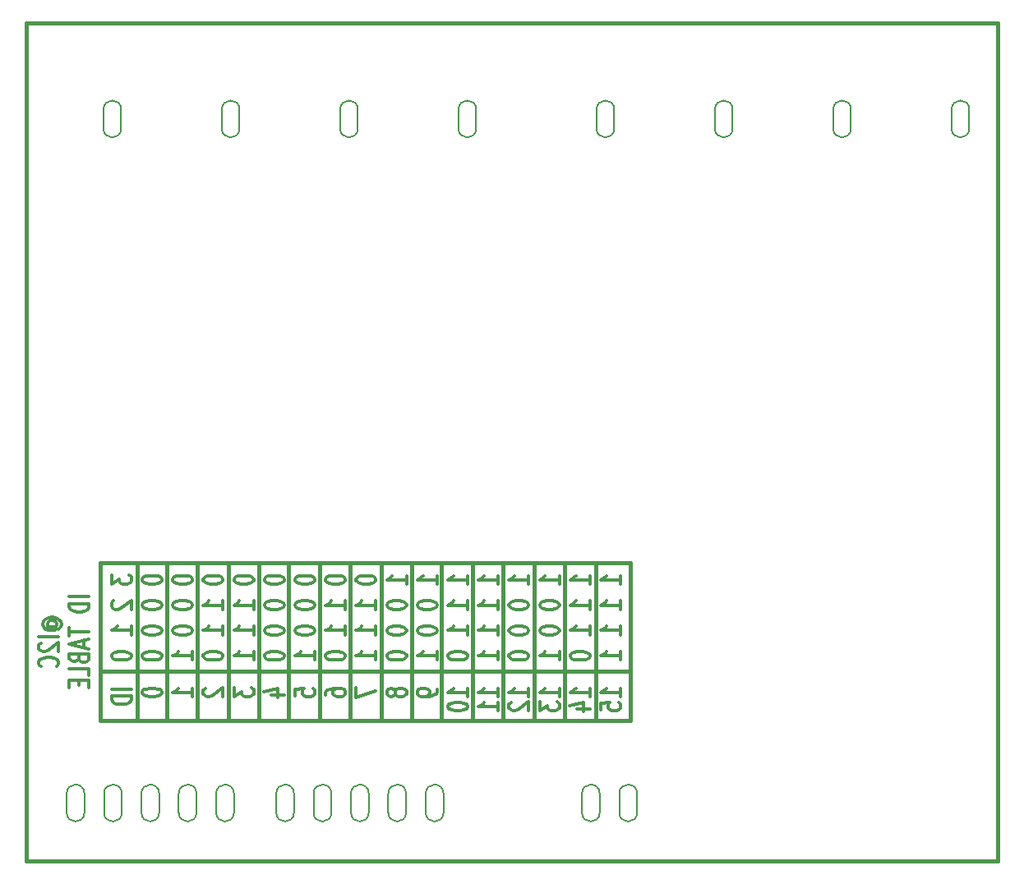
<source format=gbo>
G04 (created by PCBNEW (2013-mar-13)-testing) date dim. 08 sept. 2013 12:04:55 CEST*
%MOIN*%
G04 Gerber Fmt 3.4, Leading zero omitted, Abs format*
%FSLAX34Y34*%
G01*
G70*
G90*
G04 APERTURE LIST*
%ADD10C,0.005906*%
%ADD11C,0.015000*%
%ADD12C,0.012000*%
G04 APERTURE END LIST*
G54D10*
G54D11*
X74500Y-54300D02*
X96000Y-54300D01*
X89600Y-56300D02*
X89600Y-49950D01*
X76000Y-49900D02*
X76000Y-56300D01*
X77200Y-56300D02*
X77200Y-49900D01*
X78450Y-49900D02*
X78450Y-56300D01*
X79700Y-56300D02*
X79700Y-49900D01*
X80950Y-49900D02*
X80950Y-56300D01*
X82150Y-49900D02*
X82200Y-49900D01*
X82150Y-56300D02*
X82150Y-49900D01*
X83400Y-49900D02*
X83400Y-56300D01*
X84650Y-49950D02*
X84650Y-49900D01*
X84650Y-56300D02*
X84650Y-49950D01*
X85900Y-56300D02*
X85900Y-49900D01*
X87150Y-49900D02*
X87200Y-49900D01*
X87150Y-56300D02*
X87150Y-49900D01*
X88350Y-56300D02*
X88400Y-56300D01*
X88350Y-49900D02*
X88350Y-56300D01*
X90850Y-49950D02*
X90850Y-56300D01*
X92100Y-49900D02*
X92150Y-49900D01*
X92100Y-56300D02*
X92100Y-49900D01*
X93350Y-56300D02*
X93400Y-56300D01*
X93350Y-49900D02*
X93350Y-56300D01*
X93300Y-49900D02*
X93400Y-49900D01*
X94600Y-56300D02*
X94600Y-49900D01*
X96000Y-56300D02*
X95900Y-56300D01*
X96000Y-49900D02*
X96000Y-56300D01*
X74500Y-49900D02*
X96000Y-49900D01*
X74500Y-56300D02*
X74500Y-49900D01*
X95900Y-56300D02*
X74500Y-56300D01*
G54D12*
X72430Y-52500D02*
X72392Y-52471D01*
X72354Y-52414D01*
X72354Y-52357D01*
X72392Y-52300D01*
X72430Y-52271D01*
X72507Y-52242D01*
X72583Y-52242D01*
X72659Y-52271D01*
X72697Y-52300D01*
X72735Y-52357D01*
X72735Y-52414D01*
X72697Y-52471D01*
X72659Y-52500D01*
X72354Y-52500D02*
X72659Y-52500D01*
X72697Y-52528D01*
X72697Y-52557D01*
X72659Y-52614D01*
X72583Y-52642D01*
X72392Y-52642D01*
X72278Y-52585D01*
X72202Y-52500D01*
X72164Y-52385D01*
X72202Y-52271D01*
X72278Y-52185D01*
X72392Y-52128D01*
X72545Y-52100D01*
X72697Y-52128D01*
X72811Y-52185D01*
X72888Y-52271D01*
X72926Y-52385D01*
X72888Y-52500D01*
X72811Y-52585D01*
X72811Y-52900D02*
X72011Y-52900D01*
X72088Y-53157D02*
X72050Y-53185D01*
X72011Y-53242D01*
X72011Y-53385D01*
X72050Y-53442D01*
X72088Y-53471D01*
X72164Y-53500D01*
X72240Y-53500D01*
X72354Y-53471D01*
X72811Y-53128D01*
X72811Y-53500D01*
X72735Y-54100D02*
X72773Y-54071D01*
X72811Y-53985D01*
X72811Y-53928D01*
X72773Y-53842D01*
X72697Y-53785D01*
X72621Y-53757D01*
X72469Y-53728D01*
X72354Y-53728D01*
X72202Y-53757D01*
X72126Y-53785D01*
X72050Y-53842D01*
X72011Y-53928D01*
X72011Y-53985D01*
X72050Y-54071D01*
X72088Y-54100D01*
X74051Y-51271D02*
X73251Y-51271D01*
X74051Y-51557D02*
X73251Y-51557D01*
X73251Y-51700D01*
X73290Y-51785D01*
X73366Y-51842D01*
X73442Y-51871D01*
X73594Y-51900D01*
X73709Y-51900D01*
X73861Y-51871D01*
X73937Y-51842D01*
X74013Y-51785D01*
X74051Y-51700D01*
X74051Y-51557D01*
X73251Y-52528D02*
X73251Y-52871D01*
X74051Y-52700D02*
X73251Y-52700D01*
X73823Y-53042D02*
X73823Y-53328D01*
X74051Y-52985D02*
X73251Y-53185D01*
X74051Y-53385D01*
X73632Y-53785D02*
X73670Y-53871D01*
X73709Y-53900D01*
X73785Y-53928D01*
X73899Y-53928D01*
X73975Y-53900D01*
X74013Y-53871D01*
X74051Y-53814D01*
X74051Y-53585D01*
X73251Y-53585D01*
X73251Y-53785D01*
X73290Y-53842D01*
X73328Y-53871D01*
X73404Y-53900D01*
X73480Y-53900D01*
X73556Y-53871D01*
X73594Y-53842D01*
X73632Y-53785D01*
X73632Y-53585D01*
X74051Y-54471D02*
X74051Y-54185D01*
X73251Y-54185D01*
X73632Y-54671D02*
X73632Y-54871D01*
X74051Y-54957D02*
X74051Y-54671D01*
X73251Y-54671D01*
X73251Y-54957D01*
X74961Y-50385D02*
X74961Y-50757D01*
X75266Y-50557D01*
X75266Y-50642D01*
X75304Y-50700D01*
X75342Y-50728D01*
X75419Y-50757D01*
X75609Y-50757D01*
X75685Y-50728D01*
X75723Y-50700D01*
X75761Y-50642D01*
X75761Y-50471D01*
X75723Y-50414D01*
X75685Y-50385D01*
X75038Y-51442D02*
X75000Y-51471D01*
X74961Y-51528D01*
X74961Y-51671D01*
X75000Y-51728D01*
X75038Y-51757D01*
X75114Y-51785D01*
X75190Y-51785D01*
X75304Y-51757D01*
X75761Y-51414D01*
X75761Y-51785D01*
X75761Y-52814D02*
X75761Y-52471D01*
X75761Y-52642D02*
X74961Y-52642D01*
X75076Y-52585D01*
X75152Y-52528D01*
X75190Y-52471D01*
X74961Y-53642D02*
X74961Y-53700D01*
X75000Y-53757D01*
X75038Y-53785D01*
X75114Y-53814D01*
X75266Y-53842D01*
X75457Y-53842D01*
X75609Y-53814D01*
X75685Y-53785D01*
X75723Y-53757D01*
X75761Y-53700D01*
X75761Y-53642D01*
X75723Y-53585D01*
X75685Y-53557D01*
X75609Y-53528D01*
X75457Y-53500D01*
X75266Y-53500D01*
X75114Y-53528D01*
X75038Y-53557D01*
X75000Y-53585D01*
X74961Y-53642D01*
X75761Y-55014D02*
X74961Y-55014D01*
X75761Y-55300D02*
X74961Y-55300D01*
X74961Y-55442D01*
X75000Y-55528D01*
X75076Y-55585D01*
X75152Y-55614D01*
X75304Y-55642D01*
X75419Y-55642D01*
X75571Y-55614D01*
X75647Y-55585D01*
X75723Y-55528D01*
X75761Y-55442D01*
X75761Y-55300D01*
X76201Y-50557D02*
X76201Y-50614D01*
X76240Y-50671D01*
X76278Y-50700D01*
X76354Y-50728D01*
X76506Y-50757D01*
X76697Y-50757D01*
X76849Y-50728D01*
X76925Y-50700D01*
X76963Y-50671D01*
X77001Y-50614D01*
X77001Y-50557D01*
X76963Y-50500D01*
X76925Y-50471D01*
X76849Y-50442D01*
X76697Y-50414D01*
X76506Y-50414D01*
X76354Y-50442D01*
X76278Y-50471D01*
X76240Y-50500D01*
X76201Y-50557D01*
X76201Y-51585D02*
X76201Y-51642D01*
X76240Y-51700D01*
X76278Y-51728D01*
X76354Y-51757D01*
X76506Y-51785D01*
X76697Y-51785D01*
X76849Y-51757D01*
X76925Y-51728D01*
X76963Y-51700D01*
X77001Y-51642D01*
X77001Y-51585D01*
X76963Y-51528D01*
X76925Y-51500D01*
X76849Y-51471D01*
X76697Y-51442D01*
X76506Y-51442D01*
X76354Y-51471D01*
X76278Y-51500D01*
X76240Y-51528D01*
X76201Y-51585D01*
X76201Y-52614D02*
X76201Y-52671D01*
X76240Y-52728D01*
X76278Y-52757D01*
X76354Y-52785D01*
X76506Y-52814D01*
X76697Y-52814D01*
X76849Y-52785D01*
X76925Y-52757D01*
X76963Y-52728D01*
X77001Y-52671D01*
X77001Y-52614D01*
X76963Y-52557D01*
X76925Y-52528D01*
X76849Y-52500D01*
X76697Y-52471D01*
X76506Y-52471D01*
X76354Y-52500D01*
X76278Y-52528D01*
X76240Y-52557D01*
X76201Y-52614D01*
X76201Y-53642D02*
X76201Y-53700D01*
X76240Y-53757D01*
X76278Y-53785D01*
X76354Y-53814D01*
X76506Y-53842D01*
X76697Y-53842D01*
X76849Y-53814D01*
X76925Y-53785D01*
X76963Y-53757D01*
X77001Y-53700D01*
X77001Y-53642D01*
X76963Y-53585D01*
X76925Y-53557D01*
X76849Y-53528D01*
X76697Y-53500D01*
X76506Y-53500D01*
X76354Y-53528D01*
X76278Y-53557D01*
X76240Y-53585D01*
X76201Y-53642D01*
X76201Y-55128D02*
X76201Y-55185D01*
X76240Y-55242D01*
X76278Y-55271D01*
X76354Y-55300D01*
X76506Y-55328D01*
X76697Y-55328D01*
X76849Y-55300D01*
X76925Y-55271D01*
X76963Y-55242D01*
X77001Y-55185D01*
X77001Y-55128D01*
X76963Y-55071D01*
X76925Y-55042D01*
X76849Y-55014D01*
X76697Y-54985D01*
X76506Y-54985D01*
X76354Y-55014D01*
X76278Y-55042D01*
X76240Y-55071D01*
X76201Y-55128D01*
X77441Y-50557D02*
X77441Y-50614D01*
X77480Y-50671D01*
X77518Y-50700D01*
X77594Y-50728D01*
X77746Y-50757D01*
X77937Y-50757D01*
X78089Y-50728D01*
X78165Y-50700D01*
X78203Y-50671D01*
X78241Y-50614D01*
X78241Y-50557D01*
X78203Y-50500D01*
X78165Y-50471D01*
X78089Y-50442D01*
X77937Y-50414D01*
X77746Y-50414D01*
X77594Y-50442D01*
X77518Y-50471D01*
X77480Y-50500D01*
X77441Y-50557D01*
X77441Y-51585D02*
X77441Y-51642D01*
X77480Y-51700D01*
X77518Y-51728D01*
X77594Y-51757D01*
X77746Y-51785D01*
X77937Y-51785D01*
X78089Y-51757D01*
X78165Y-51728D01*
X78203Y-51700D01*
X78241Y-51642D01*
X78241Y-51585D01*
X78203Y-51528D01*
X78165Y-51500D01*
X78089Y-51471D01*
X77937Y-51442D01*
X77746Y-51442D01*
X77594Y-51471D01*
X77518Y-51500D01*
X77480Y-51528D01*
X77441Y-51585D01*
X77441Y-52614D02*
X77441Y-52671D01*
X77480Y-52728D01*
X77518Y-52757D01*
X77594Y-52785D01*
X77746Y-52814D01*
X77937Y-52814D01*
X78089Y-52785D01*
X78165Y-52757D01*
X78203Y-52728D01*
X78241Y-52671D01*
X78241Y-52614D01*
X78203Y-52557D01*
X78165Y-52528D01*
X78089Y-52500D01*
X77937Y-52471D01*
X77746Y-52471D01*
X77594Y-52500D01*
X77518Y-52528D01*
X77480Y-52557D01*
X77441Y-52614D01*
X78241Y-53842D02*
X78241Y-53500D01*
X78241Y-53671D02*
X77441Y-53671D01*
X77556Y-53614D01*
X77632Y-53557D01*
X77670Y-53500D01*
X78241Y-55328D02*
X78241Y-54985D01*
X78241Y-55157D02*
X77441Y-55157D01*
X77556Y-55100D01*
X77632Y-55042D01*
X77670Y-54985D01*
X78681Y-50557D02*
X78681Y-50614D01*
X78720Y-50671D01*
X78758Y-50700D01*
X78834Y-50728D01*
X78986Y-50757D01*
X79177Y-50757D01*
X79329Y-50728D01*
X79405Y-50700D01*
X79443Y-50671D01*
X79481Y-50614D01*
X79481Y-50557D01*
X79443Y-50500D01*
X79405Y-50471D01*
X79329Y-50442D01*
X79177Y-50414D01*
X78986Y-50414D01*
X78834Y-50442D01*
X78758Y-50471D01*
X78720Y-50500D01*
X78681Y-50557D01*
X79481Y-51785D02*
X79481Y-51442D01*
X79481Y-51614D02*
X78681Y-51614D01*
X78796Y-51557D01*
X78872Y-51500D01*
X78910Y-51442D01*
X79481Y-52814D02*
X79481Y-52471D01*
X79481Y-52642D02*
X78681Y-52642D01*
X78796Y-52585D01*
X78872Y-52528D01*
X78910Y-52471D01*
X78681Y-53642D02*
X78681Y-53700D01*
X78720Y-53757D01*
X78758Y-53785D01*
X78834Y-53814D01*
X78986Y-53842D01*
X79177Y-53842D01*
X79329Y-53814D01*
X79405Y-53785D01*
X79443Y-53757D01*
X79481Y-53700D01*
X79481Y-53642D01*
X79443Y-53585D01*
X79405Y-53557D01*
X79329Y-53528D01*
X79177Y-53500D01*
X78986Y-53500D01*
X78834Y-53528D01*
X78758Y-53557D01*
X78720Y-53585D01*
X78681Y-53642D01*
X78758Y-54985D02*
X78720Y-55014D01*
X78681Y-55071D01*
X78681Y-55214D01*
X78720Y-55271D01*
X78758Y-55300D01*
X78834Y-55328D01*
X78910Y-55328D01*
X79024Y-55300D01*
X79481Y-54957D01*
X79481Y-55328D01*
X79921Y-50557D02*
X79921Y-50614D01*
X79960Y-50671D01*
X79998Y-50700D01*
X80074Y-50728D01*
X80226Y-50757D01*
X80417Y-50757D01*
X80569Y-50728D01*
X80645Y-50700D01*
X80683Y-50671D01*
X80721Y-50614D01*
X80721Y-50557D01*
X80683Y-50500D01*
X80645Y-50471D01*
X80569Y-50442D01*
X80417Y-50414D01*
X80226Y-50414D01*
X80074Y-50442D01*
X79998Y-50471D01*
X79960Y-50500D01*
X79921Y-50557D01*
X80721Y-51785D02*
X80721Y-51442D01*
X80721Y-51614D02*
X79921Y-51614D01*
X80036Y-51557D01*
X80112Y-51500D01*
X80150Y-51442D01*
X80721Y-52814D02*
X80721Y-52471D01*
X80721Y-52642D02*
X79921Y-52642D01*
X80036Y-52585D01*
X80112Y-52528D01*
X80150Y-52471D01*
X80721Y-53842D02*
X80721Y-53500D01*
X80721Y-53671D02*
X79921Y-53671D01*
X80036Y-53614D01*
X80112Y-53557D01*
X80150Y-53500D01*
X79921Y-54957D02*
X79921Y-55328D01*
X80226Y-55128D01*
X80226Y-55214D01*
X80264Y-55271D01*
X80302Y-55300D01*
X80379Y-55328D01*
X80569Y-55328D01*
X80645Y-55300D01*
X80683Y-55271D01*
X80721Y-55214D01*
X80721Y-55042D01*
X80683Y-54985D01*
X80645Y-54957D01*
X81161Y-50557D02*
X81161Y-50614D01*
X81200Y-50671D01*
X81238Y-50700D01*
X81314Y-50728D01*
X81466Y-50757D01*
X81657Y-50757D01*
X81809Y-50728D01*
X81885Y-50700D01*
X81923Y-50671D01*
X81961Y-50614D01*
X81961Y-50557D01*
X81923Y-50500D01*
X81885Y-50471D01*
X81809Y-50442D01*
X81657Y-50414D01*
X81466Y-50414D01*
X81314Y-50442D01*
X81238Y-50471D01*
X81200Y-50500D01*
X81161Y-50557D01*
X81161Y-51585D02*
X81161Y-51642D01*
X81200Y-51700D01*
X81238Y-51728D01*
X81314Y-51757D01*
X81466Y-51785D01*
X81657Y-51785D01*
X81809Y-51757D01*
X81885Y-51728D01*
X81923Y-51700D01*
X81961Y-51642D01*
X81961Y-51585D01*
X81923Y-51528D01*
X81885Y-51500D01*
X81809Y-51471D01*
X81657Y-51442D01*
X81466Y-51442D01*
X81314Y-51471D01*
X81238Y-51500D01*
X81200Y-51528D01*
X81161Y-51585D01*
X81161Y-52614D02*
X81161Y-52671D01*
X81200Y-52728D01*
X81238Y-52757D01*
X81314Y-52785D01*
X81466Y-52814D01*
X81657Y-52814D01*
X81809Y-52785D01*
X81885Y-52757D01*
X81923Y-52728D01*
X81961Y-52671D01*
X81961Y-52614D01*
X81923Y-52557D01*
X81885Y-52528D01*
X81809Y-52500D01*
X81657Y-52471D01*
X81466Y-52471D01*
X81314Y-52500D01*
X81238Y-52528D01*
X81200Y-52557D01*
X81161Y-52614D01*
X81161Y-53642D02*
X81161Y-53700D01*
X81200Y-53757D01*
X81238Y-53785D01*
X81314Y-53814D01*
X81466Y-53842D01*
X81657Y-53842D01*
X81809Y-53814D01*
X81885Y-53785D01*
X81923Y-53757D01*
X81961Y-53700D01*
X81961Y-53642D01*
X81923Y-53585D01*
X81885Y-53557D01*
X81809Y-53528D01*
X81657Y-53500D01*
X81466Y-53500D01*
X81314Y-53528D01*
X81238Y-53557D01*
X81200Y-53585D01*
X81161Y-53642D01*
X81428Y-55271D02*
X81961Y-55271D01*
X81123Y-55128D02*
X81695Y-54985D01*
X81695Y-55357D01*
X82401Y-50557D02*
X82401Y-50614D01*
X82440Y-50671D01*
X82478Y-50700D01*
X82554Y-50728D01*
X82706Y-50757D01*
X82897Y-50757D01*
X83049Y-50728D01*
X83125Y-50700D01*
X83163Y-50671D01*
X83201Y-50614D01*
X83201Y-50557D01*
X83163Y-50500D01*
X83125Y-50471D01*
X83049Y-50442D01*
X82897Y-50414D01*
X82706Y-50414D01*
X82554Y-50442D01*
X82478Y-50471D01*
X82440Y-50500D01*
X82401Y-50557D01*
X82401Y-51585D02*
X82401Y-51642D01*
X82440Y-51700D01*
X82478Y-51728D01*
X82554Y-51757D01*
X82706Y-51785D01*
X82897Y-51785D01*
X83049Y-51757D01*
X83125Y-51728D01*
X83163Y-51700D01*
X83201Y-51642D01*
X83201Y-51585D01*
X83163Y-51528D01*
X83125Y-51500D01*
X83049Y-51471D01*
X82897Y-51442D01*
X82706Y-51442D01*
X82554Y-51471D01*
X82478Y-51500D01*
X82440Y-51528D01*
X82401Y-51585D01*
X82401Y-52614D02*
X82401Y-52671D01*
X82440Y-52728D01*
X82478Y-52757D01*
X82554Y-52785D01*
X82706Y-52814D01*
X82897Y-52814D01*
X83049Y-52785D01*
X83125Y-52757D01*
X83163Y-52728D01*
X83201Y-52671D01*
X83201Y-52614D01*
X83163Y-52557D01*
X83125Y-52528D01*
X83049Y-52500D01*
X82897Y-52471D01*
X82706Y-52471D01*
X82554Y-52500D01*
X82478Y-52528D01*
X82440Y-52557D01*
X82401Y-52614D01*
X83201Y-53842D02*
X83201Y-53500D01*
X83201Y-53671D02*
X82401Y-53671D01*
X82516Y-53614D01*
X82592Y-53557D01*
X82630Y-53500D01*
X82401Y-55300D02*
X82401Y-55014D01*
X82782Y-54985D01*
X82744Y-55014D01*
X82706Y-55071D01*
X82706Y-55214D01*
X82744Y-55271D01*
X82782Y-55300D01*
X82859Y-55328D01*
X83049Y-55328D01*
X83125Y-55300D01*
X83163Y-55271D01*
X83201Y-55214D01*
X83201Y-55071D01*
X83163Y-55014D01*
X83125Y-54985D01*
X83641Y-50557D02*
X83641Y-50614D01*
X83680Y-50671D01*
X83718Y-50700D01*
X83794Y-50728D01*
X83946Y-50757D01*
X84137Y-50757D01*
X84289Y-50728D01*
X84365Y-50700D01*
X84403Y-50671D01*
X84441Y-50614D01*
X84441Y-50557D01*
X84403Y-50500D01*
X84365Y-50471D01*
X84289Y-50442D01*
X84137Y-50414D01*
X83946Y-50414D01*
X83794Y-50442D01*
X83718Y-50471D01*
X83680Y-50500D01*
X83641Y-50557D01*
X84441Y-51785D02*
X84441Y-51442D01*
X84441Y-51614D02*
X83641Y-51614D01*
X83756Y-51557D01*
X83832Y-51500D01*
X83870Y-51442D01*
X84441Y-52814D02*
X84441Y-52471D01*
X84441Y-52642D02*
X83641Y-52642D01*
X83756Y-52585D01*
X83832Y-52528D01*
X83870Y-52471D01*
X83641Y-53642D02*
X83641Y-53700D01*
X83680Y-53757D01*
X83718Y-53785D01*
X83794Y-53814D01*
X83946Y-53842D01*
X84137Y-53842D01*
X84289Y-53814D01*
X84365Y-53785D01*
X84403Y-53757D01*
X84441Y-53700D01*
X84441Y-53642D01*
X84403Y-53585D01*
X84365Y-53557D01*
X84289Y-53528D01*
X84137Y-53500D01*
X83946Y-53500D01*
X83794Y-53528D01*
X83718Y-53557D01*
X83680Y-53585D01*
X83641Y-53642D01*
X83641Y-55271D02*
X83641Y-55157D01*
X83680Y-55100D01*
X83718Y-55071D01*
X83832Y-55014D01*
X83984Y-54985D01*
X84289Y-54985D01*
X84365Y-55014D01*
X84403Y-55042D01*
X84441Y-55100D01*
X84441Y-55214D01*
X84403Y-55271D01*
X84365Y-55300D01*
X84289Y-55328D01*
X84099Y-55328D01*
X84022Y-55300D01*
X83984Y-55271D01*
X83946Y-55214D01*
X83946Y-55100D01*
X83984Y-55042D01*
X84022Y-55014D01*
X84099Y-54985D01*
X84881Y-50557D02*
X84881Y-50614D01*
X84920Y-50671D01*
X84958Y-50700D01*
X85034Y-50728D01*
X85186Y-50757D01*
X85377Y-50757D01*
X85529Y-50728D01*
X85605Y-50700D01*
X85643Y-50671D01*
X85681Y-50614D01*
X85681Y-50557D01*
X85643Y-50500D01*
X85605Y-50471D01*
X85529Y-50442D01*
X85377Y-50414D01*
X85186Y-50414D01*
X85034Y-50442D01*
X84958Y-50471D01*
X84920Y-50500D01*
X84881Y-50557D01*
X85681Y-51785D02*
X85681Y-51442D01*
X85681Y-51614D02*
X84881Y-51614D01*
X84996Y-51557D01*
X85072Y-51500D01*
X85110Y-51442D01*
X85681Y-52814D02*
X85681Y-52471D01*
X85681Y-52642D02*
X84881Y-52642D01*
X84996Y-52585D01*
X85072Y-52528D01*
X85110Y-52471D01*
X85681Y-53842D02*
X85681Y-53500D01*
X85681Y-53671D02*
X84881Y-53671D01*
X84996Y-53614D01*
X85072Y-53557D01*
X85110Y-53500D01*
X84881Y-54957D02*
X84881Y-55357D01*
X85681Y-55100D01*
X86921Y-50757D02*
X86921Y-50414D01*
X86921Y-50585D02*
X86121Y-50585D01*
X86236Y-50528D01*
X86312Y-50471D01*
X86350Y-50414D01*
X86121Y-51585D02*
X86121Y-51642D01*
X86160Y-51700D01*
X86198Y-51728D01*
X86274Y-51757D01*
X86426Y-51785D01*
X86617Y-51785D01*
X86769Y-51757D01*
X86845Y-51728D01*
X86883Y-51700D01*
X86921Y-51642D01*
X86921Y-51585D01*
X86883Y-51528D01*
X86845Y-51500D01*
X86769Y-51471D01*
X86617Y-51442D01*
X86426Y-51442D01*
X86274Y-51471D01*
X86198Y-51500D01*
X86160Y-51528D01*
X86121Y-51585D01*
X86121Y-52614D02*
X86121Y-52671D01*
X86160Y-52728D01*
X86198Y-52757D01*
X86274Y-52785D01*
X86426Y-52814D01*
X86617Y-52814D01*
X86769Y-52785D01*
X86845Y-52757D01*
X86883Y-52728D01*
X86921Y-52671D01*
X86921Y-52614D01*
X86883Y-52557D01*
X86845Y-52528D01*
X86769Y-52500D01*
X86617Y-52471D01*
X86426Y-52471D01*
X86274Y-52500D01*
X86198Y-52528D01*
X86160Y-52557D01*
X86121Y-52614D01*
X86121Y-53642D02*
X86121Y-53700D01*
X86160Y-53757D01*
X86198Y-53785D01*
X86274Y-53814D01*
X86426Y-53842D01*
X86617Y-53842D01*
X86769Y-53814D01*
X86845Y-53785D01*
X86883Y-53757D01*
X86921Y-53700D01*
X86921Y-53642D01*
X86883Y-53585D01*
X86845Y-53557D01*
X86769Y-53528D01*
X86617Y-53500D01*
X86426Y-53500D01*
X86274Y-53528D01*
X86198Y-53557D01*
X86160Y-53585D01*
X86121Y-53642D01*
X86464Y-55100D02*
X86426Y-55042D01*
X86388Y-55014D01*
X86312Y-54985D01*
X86274Y-54985D01*
X86198Y-55014D01*
X86160Y-55042D01*
X86121Y-55100D01*
X86121Y-55214D01*
X86160Y-55271D01*
X86198Y-55300D01*
X86274Y-55328D01*
X86312Y-55328D01*
X86388Y-55300D01*
X86426Y-55271D01*
X86464Y-55214D01*
X86464Y-55100D01*
X86502Y-55042D01*
X86540Y-55014D01*
X86617Y-54985D01*
X86769Y-54985D01*
X86845Y-55014D01*
X86883Y-55042D01*
X86921Y-55100D01*
X86921Y-55214D01*
X86883Y-55271D01*
X86845Y-55300D01*
X86769Y-55328D01*
X86617Y-55328D01*
X86540Y-55300D01*
X86502Y-55271D01*
X86464Y-55214D01*
X88161Y-50757D02*
X88161Y-50414D01*
X88161Y-50585D02*
X87361Y-50585D01*
X87476Y-50528D01*
X87552Y-50471D01*
X87590Y-50414D01*
X87361Y-51585D02*
X87361Y-51642D01*
X87400Y-51700D01*
X87438Y-51728D01*
X87514Y-51757D01*
X87666Y-51785D01*
X87857Y-51785D01*
X88009Y-51757D01*
X88085Y-51728D01*
X88123Y-51700D01*
X88161Y-51642D01*
X88161Y-51585D01*
X88123Y-51528D01*
X88085Y-51500D01*
X88009Y-51471D01*
X87857Y-51442D01*
X87666Y-51442D01*
X87514Y-51471D01*
X87438Y-51500D01*
X87400Y-51528D01*
X87361Y-51585D01*
X87361Y-52614D02*
X87361Y-52671D01*
X87400Y-52728D01*
X87438Y-52757D01*
X87514Y-52785D01*
X87666Y-52814D01*
X87857Y-52814D01*
X88009Y-52785D01*
X88085Y-52757D01*
X88123Y-52728D01*
X88161Y-52671D01*
X88161Y-52614D01*
X88123Y-52557D01*
X88085Y-52528D01*
X88009Y-52500D01*
X87857Y-52471D01*
X87666Y-52471D01*
X87514Y-52500D01*
X87438Y-52528D01*
X87400Y-52557D01*
X87361Y-52614D01*
X88161Y-53842D02*
X88161Y-53500D01*
X88161Y-53671D02*
X87361Y-53671D01*
X87476Y-53614D01*
X87552Y-53557D01*
X87590Y-53500D01*
X88161Y-55042D02*
X88161Y-55157D01*
X88123Y-55214D01*
X88085Y-55242D01*
X87971Y-55300D01*
X87819Y-55328D01*
X87514Y-55328D01*
X87438Y-55300D01*
X87400Y-55271D01*
X87361Y-55214D01*
X87361Y-55100D01*
X87400Y-55042D01*
X87438Y-55014D01*
X87514Y-54985D01*
X87704Y-54985D01*
X87780Y-55014D01*
X87819Y-55042D01*
X87857Y-55100D01*
X87857Y-55214D01*
X87819Y-55271D01*
X87780Y-55300D01*
X87704Y-55328D01*
X89401Y-50757D02*
X89401Y-50414D01*
X89401Y-50585D02*
X88601Y-50585D01*
X88716Y-50528D01*
X88792Y-50471D01*
X88830Y-50414D01*
X89401Y-51785D02*
X89401Y-51442D01*
X89401Y-51614D02*
X88601Y-51614D01*
X88716Y-51557D01*
X88792Y-51500D01*
X88830Y-51442D01*
X89401Y-52814D02*
X89401Y-52471D01*
X89401Y-52642D02*
X88601Y-52642D01*
X88716Y-52585D01*
X88792Y-52528D01*
X88830Y-52471D01*
X88601Y-53642D02*
X88601Y-53700D01*
X88640Y-53757D01*
X88678Y-53785D01*
X88754Y-53814D01*
X88906Y-53842D01*
X89097Y-53842D01*
X89249Y-53814D01*
X89325Y-53785D01*
X89363Y-53757D01*
X89401Y-53700D01*
X89401Y-53642D01*
X89363Y-53585D01*
X89325Y-53557D01*
X89249Y-53528D01*
X89097Y-53500D01*
X88906Y-53500D01*
X88754Y-53528D01*
X88678Y-53557D01*
X88640Y-53585D01*
X88601Y-53642D01*
X89401Y-55328D02*
X89401Y-54985D01*
X89401Y-55157D02*
X88601Y-55157D01*
X88716Y-55100D01*
X88792Y-55042D01*
X88830Y-54985D01*
X88601Y-55700D02*
X88601Y-55757D01*
X88640Y-55814D01*
X88678Y-55842D01*
X88754Y-55871D01*
X88906Y-55900D01*
X89097Y-55900D01*
X89249Y-55871D01*
X89325Y-55842D01*
X89363Y-55814D01*
X89401Y-55757D01*
X89401Y-55700D01*
X89363Y-55642D01*
X89325Y-55614D01*
X89249Y-55585D01*
X89097Y-55557D01*
X88906Y-55557D01*
X88754Y-55585D01*
X88678Y-55614D01*
X88640Y-55642D01*
X88601Y-55700D01*
X90641Y-50757D02*
X90641Y-50414D01*
X90641Y-50585D02*
X89841Y-50585D01*
X89956Y-50528D01*
X90032Y-50471D01*
X90070Y-50414D01*
X90641Y-51785D02*
X90641Y-51442D01*
X90641Y-51614D02*
X89841Y-51614D01*
X89956Y-51557D01*
X90032Y-51500D01*
X90070Y-51442D01*
X90641Y-52814D02*
X90641Y-52471D01*
X90641Y-52642D02*
X89841Y-52642D01*
X89956Y-52585D01*
X90032Y-52528D01*
X90070Y-52471D01*
X90641Y-53842D02*
X90641Y-53500D01*
X90641Y-53671D02*
X89841Y-53671D01*
X89956Y-53614D01*
X90032Y-53557D01*
X90070Y-53500D01*
X90641Y-55328D02*
X90641Y-54985D01*
X90641Y-55157D02*
X89841Y-55157D01*
X89956Y-55100D01*
X90032Y-55042D01*
X90070Y-54985D01*
X90641Y-55900D02*
X90641Y-55557D01*
X90641Y-55728D02*
X89841Y-55728D01*
X89956Y-55671D01*
X90032Y-55614D01*
X90070Y-55557D01*
X91881Y-50757D02*
X91881Y-50414D01*
X91881Y-50585D02*
X91081Y-50585D01*
X91196Y-50528D01*
X91272Y-50471D01*
X91310Y-50414D01*
X91081Y-51585D02*
X91081Y-51642D01*
X91120Y-51700D01*
X91158Y-51728D01*
X91234Y-51757D01*
X91386Y-51785D01*
X91577Y-51785D01*
X91729Y-51757D01*
X91805Y-51728D01*
X91843Y-51700D01*
X91881Y-51642D01*
X91881Y-51585D01*
X91843Y-51528D01*
X91805Y-51500D01*
X91729Y-51471D01*
X91577Y-51442D01*
X91386Y-51442D01*
X91234Y-51471D01*
X91158Y-51500D01*
X91120Y-51528D01*
X91081Y-51585D01*
X91081Y-52614D02*
X91081Y-52671D01*
X91120Y-52728D01*
X91158Y-52757D01*
X91234Y-52785D01*
X91386Y-52814D01*
X91577Y-52814D01*
X91729Y-52785D01*
X91805Y-52757D01*
X91843Y-52728D01*
X91881Y-52671D01*
X91881Y-52614D01*
X91843Y-52557D01*
X91805Y-52528D01*
X91729Y-52500D01*
X91577Y-52471D01*
X91386Y-52471D01*
X91234Y-52500D01*
X91158Y-52528D01*
X91120Y-52557D01*
X91081Y-52614D01*
X91081Y-53642D02*
X91081Y-53700D01*
X91120Y-53757D01*
X91158Y-53785D01*
X91234Y-53814D01*
X91386Y-53842D01*
X91577Y-53842D01*
X91729Y-53814D01*
X91805Y-53785D01*
X91843Y-53757D01*
X91881Y-53700D01*
X91881Y-53642D01*
X91843Y-53585D01*
X91805Y-53557D01*
X91729Y-53528D01*
X91577Y-53500D01*
X91386Y-53500D01*
X91234Y-53528D01*
X91158Y-53557D01*
X91120Y-53585D01*
X91081Y-53642D01*
X91881Y-55328D02*
X91881Y-54985D01*
X91881Y-55157D02*
X91081Y-55157D01*
X91196Y-55100D01*
X91272Y-55042D01*
X91310Y-54985D01*
X91158Y-55557D02*
X91120Y-55585D01*
X91081Y-55642D01*
X91081Y-55785D01*
X91120Y-55842D01*
X91158Y-55871D01*
X91234Y-55900D01*
X91310Y-55900D01*
X91424Y-55871D01*
X91881Y-55528D01*
X91881Y-55900D01*
X93121Y-50757D02*
X93121Y-50414D01*
X93121Y-50585D02*
X92321Y-50585D01*
X92436Y-50528D01*
X92512Y-50471D01*
X92550Y-50414D01*
X92321Y-51585D02*
X92321Y-51642D01*
X92360Y-51700D01*
X92398Y-51728D01*
X92474Y-51757D01*
X92626Y-51785D01*
X92817Y-51785D01*
X92969Y-51757D01*
X93045Y-51728D01*
X93083Y-51700D01*
X93121Y-51642D01*
X93121Y-51585D01*
X93083Y-51528D01*
X93045Y-51500D01*
X92969Y-51471D01*
X92817Y-51442D01*
X92626Y-51442D01*
X92474Y-51471D01*
X92398Y-51500D01*
X92360Y-51528D01*
X92321Y-51585D01*
X92321Y-52614D02*
X92321Y-52671D01*
X92360Y-52728D01*
X92398Y-52757D01*
X92474Y-52785D01*
X92626Y-52814D01*
X92817Y-52814D01*
X92969Y-52785D01*
X93045Y-52757D01*
X93083Y-52728D01*
X93121Y-52671D01*
X93121Y-52614D01*
X93083Y-52557D01*
X93045Y-52528D01*
X92969Y-52500D01*
X92817Y-52471D01*
X92626Y-52471D01*
X92474Y-52500D01*
X92398Y-52528D01*
X92360Y-52557D01*
X92321Y-52614D01*
X93121Y-53842D02*
X93121Y-53500D01*
X93121Y-53671D02*
X92321Y-53671D01*
X92436Y-53614D01*
X92512Y-53557D01*
X92550Y-53500D01*
X93121Y-55328D02*
X93121Y-54985D01*
X93121Y-55157D02*
X92321Y-55157D01*
X92436Y-55100D01*
X92512Y-55042D01*
X92550Y-54985D01*
X92321Y-55528D02*
X92321Y-55900D01*
X92626Y-55700D01*
X92626Y-55785D01*
X92664Y-55842D01*
X92702Y-55871D01*
X92779Y-55900D01*
X92969Y-55900D01*
X93045Y-55871D01*
X93083Y-55842D01*
X93121Y-55785D01*
X93121Y-55614D01*
X93083Y-55557D01*
X93045Y-55528D01*
X94361Y-50757D02*
X94361Y-50414D01*
X94361Y-50585D02*
X93561Y-50585D01*
X93676Y-50528D01*
X93752Y-50471D01*
X93790Y-50414D01*
X94361Y-51785D02*
X94361Y-51442D01*
X94361Y-51614D02*
X93561Y-51614D01*
X93676Y-51557D01*
X93752Y-51500D01*
X93790Y-51442D01*
X94361Y-52814D02*
X94361Y-52471D01*
X94361Y-52642D02*
X93561Y-52642D01*
X93676Y-52585D01*
X93752Y-52528D01*
X93790Y-52471D01*
X93561Y-53642D02*
X93561Y-53700D01*
X93600Y-53757D01*
X93638Y-53785D01*
X93714Y-53814D01*
X93866Y-53842D01*
X94057Y-53842D01*
X94209Y-53814D01*
X94285Y-53785D01*
X94323Y-53757D01*
X94361Y-53700D01*
X94361Y-53642D01*
X94323Y-53585D01*
X94285Y-53557D01*
X94209Y-53528D01*
X94057Y-53500D01*
X93866Y-53500D01*
X93714Y-53528D01*
X93638Y-53557D01*
X93600Y-53585D01*
X93561Y-53642D01*
X94361Y-55328D02*
X94361Y-54985D01*
X94361Y-55157D02*
X93561Y-55157D01*
X93676Y-55100D01*
X93752Y-55042D01*
X93790Y-54985D01*
X93828Y-55842D02*
X94361Y-55842D01*
X93523Y-55700D02*
X94095Y-55557D01*
X94095Y-55928D01*
X95601Y-50757D02*
X95601Y-50414D01*
X95601Y-50585D02*
X94801Y-50585D01*
X94916Y-50528D01*
X94992Y-50471D01*
X95030Y-50414D01*
X95601Y-51785D02*
X95601Y-51442D01*
X95601Y-51614D02*
X94801Y-51614D01*
X94916Y-51557D01*
X94992Y-51500D01*
X95030Y-51442D01*
X95601Y-52814D02*
X95601Y-52471D01*
X95601Y-52642D02*
X94801Y-52642D01*
X94916Y-52585D01*
X94992Y-52528D01*
X95030Y-52471D01*
X95601Y-53842D02*
X95601Y-53500D01*
X95601Y-53671D02*
X94801Y-53671D01*
X94916Y-53614D01*
X94992Y-53557D01*
X95030Y-53500D01*
X95601Y-55328D02*
X95601Y-54985D01*
X95601Y-55157D02*
X94801Y-55157D01*
X94916Y-55100D01*
X94992Y-55042D01*
X95030Y-54985D01*
X94801Y-55871D02*
X94801Y-55585D01*
X95182Y-55557D01*
X95144Y-55585D01*
X95106Y-55642D01*
X95106Y-55785D01*
X95144Y-55842D01*
X95182Y-55871D01*
X95259Y-55900D01*
X95449Y-55900D01*
X95525Y-55871D01*
X95563Y-55842D01*
X95601Y-55785D01*
X95601Y-55642D01*
X95563Y-55585D01*
X95525Y-55557D01*
G54D11*
X71500Y-62000D02*
X110900Y-62000D01*
X71500Y-28000D02*
X110900Y-28000D01*
X110900Y-28000D02*
X110800Y-28000D01*
X110900Y-62000D02*
X110900Y-28000D01*
X71500Y-62000D02*
X71500Y-28000D01*
G54D10*
X81639Y-59255D02*
X81639Y-60035D01*
X82360Y-59255D02*
X82360Y-60035D01*
X81639Y-60035D02*
G75*
G03X82360Y-60035I360J0D01*
G74*
G01*
X82360Y-59255D02*
G75*
G03X81639Y-59255I-360J0D01*
G74*
G01*
X83155Y-59255D02*
X83155Y-60035D01*
X83876Y-59255D02*
X83876Y-60035D01*
X83155Y-60035D02*
G75*
G03X83876Y-60035I360J0D01*
G74*
G01*
X83876Y-59255D02*
G75*
G03X83155Y-59255I-360J0D01*
G74*
G01*
X84671Y-59255D02*
X84671Y-60035D01*
X85391Y-59255D02*
X85391Y-60035D01*
X84671Y-60035D02*
G75*
G03X85391Y-60035I360J0D01*
G74*
G01*
X85391Y-59255D02*
G75*
G03X84671Y-59255I-360J0D01*
G74*
G01*
X86186Y-59255D02*
X86186Y-60035D01*
X86907Y-59255D02*
X86907Y-60035D01*
X86186Y-60035D02*
G75*
G03X86907Y-60035I360J0D01*
G74*
G01*
X86907Y-59255D02*
G75*
G03X86186Y-59255I-360J0D01*
G74*
G01*
X87702Y-59255D02*
X87702Y-60035D01*
X88423Y-59255D02*
X88423Y-60035D01*
X87702Y-60035D02*
G75*
G03X88423Y-60035I360J0D01*
G74*
G01*
X88423Y-59255D02*
G75*
G03X87702Y-59255I-360J0D01*
G74*
G01*
X73139Y-59255D02*
X73139Y-60035D01*
X73860Y-59255D02*
X73860Y-60035D01*
X73139Y-60035D02*
G75*
G03X73860Y-60035I360J0D01*
G74*
G01*
X73860Y-59255D02*
G75*
G03X73139Y-59255I-360J0D01*
G74*
G01*
X74655Y-59255D02*
X74655Y-60035D01*
X75376Y-59255D02*
X75376Y-60035D01*
X74655Y-60035D02*
G75*
G03X75376Y-60035I360J0D01*
G74*
G01*
X75376Y-59255D02*
G75*
G03X74655Y-59255I-360J0D01*
G74*
G01*
X76171Y-59255D02*
X76171Y-60035D01*
X76891Y-59255D02*
X76891Y-60035D01*
X76171Y-60035D02*
G75*
G03X76891Y-60035I360J0D01*
G74*
G01*
X76891Y-59255D02*
G75*
G03X76171Y-59255I-360J0D01*
G74*
G01*
X77686Y-59255D02*
X77686Y-60035D01*
X78407Y-59255D02*
X78407Y-60035D01*
X77686Y-60035D02*
G75*
G03X78407Y-60035I360J0D01*
G74*
G01*
X78407Y-59255D02*
G75*
G03X77686Y-59255I-360J0D01*
G74*
G01*
X79202Y-59255D02*
X79202Y-60035D01*
X79923Y-59255D02*
X79923Y-60035D01*
X79202Y-60035D02*
G75*
G03X79923Y-60035I360J0D01*
G74*
G01*
X79923Y-59255D02*
G75*
G03X79202Y-59255I-360J0D01*
G74*
G01*
X94039Y-59255D02*
X94039Y-60035D01*
X94760Y-59255D02*
X94760Y-60035D01*
X94039Y-60035D02*
G75*
G03X94760Y-60035I360J0D01*
G74*
G01*
X94760Y-59255D02*
G75*
G03X94039Y-59255I-360J0D01*
G74*
G01*
X95555Y-59255D02*
X95555Y-60035D01*
X96276Y-59255D02*
X96276Y-60035D01*
X95555Y-60035D02*
G75*
G03X96276Y-60035I360J0D01*
G74*
G01*
X96276Y-59255D02*
G75*
G03X95555Y-59255I-360J0D01*
G74*
G01*
X75350Y-32279D02*
X75350Y-31499D01*
X74629Y-32279D02*
X74629Y-31499D01*
X75350Y-31499D02*
G75*
G03X74629Y-31499I-360J0D01*
G74*
G01*
X74629Y-32279D02*
G75*
G03X75350Y-32279I360J0D01*
G74*
G01*
X80150Y-32279D02*
X80150Y-31499D01*
X79429Y-32279D02*
X79429Y-31499D01*
X80150Y-31499D02*
G75*
G03X79429Y-31499I-360J0D01*
G74*
G01*
X79429Y-32279D02*
G75*
G03X80150Y-32279I360J0D01*
G74*
G01*
X84950Y-32279D02*
X84950Y-31499D01*
X84229Y-32279D02*
X84229Y-31499D01*
X84950Y-31499D02*
G75*
G03X84229Y-31499I-360J0D01*
G74*
G01*
X84229Y-32279D02*
G75*
G03X84950Y-32279I360J0D01*
G74*
G01*
X89750Y-32279D02*
X89750Y-31499D01*
X89029Y-32279D02*
X89029Y-31499D01*
X89750Y-31499D02*
G75*
G03X89029Y-31499I-360J0D01*
G74*
G01*
X89029Y-32279D02*
G75*
G03X89750Y-32279I360J0D01*
G74*
G01*
X95350Y-32279D02*
X95350Y-31499D01*
X94629Y-32279D02*
X94629Y-31499D01*
X95350Y-31499D02*
G75*
G03X94629Y-31499I-360J0D01*
G74*
G01*
X94629Y-32279D02*
G75*
G03X95350Y-32279I360J0D01*
G74*
G01*
X100150Y-32279D02*
X100150Y-31499D01*
X99429Y-32279D02*
X99429Y-31499D01*
X100150Y-31499D02*
G75*
G03X99429Y-31499I-360J0D01*
G74*
G01*
X99429Y-32279D02*
G75*
G03X100150Y-32279I360J0D01*
G74*
G01*
X104950Y-32279D02*
X104950Y-31499D01*
X104229Y-32279D02*
X104229Y-31499D01*
X104950Y-31499D02*
G75*
G03X104229Y-31499I-360J0D01*
G74*
G01*
X104229Y-32279D02*
G75*
G03X104950Y-32279I360J0D01*
G74*
G01*
X109750Y-32279D02*
X109750Y-31499D01*
X109029Y-32279D02*
X109029Y-31499D01*
X109750Y-31499D02*
G75*
G03X109029Y-31499I-360J0D01*
G74*
G01*
X109029Y-32279D02*
G75*
G03X109750Y-32279I360J0D01*
G74*
G01*
M02*

</source>
